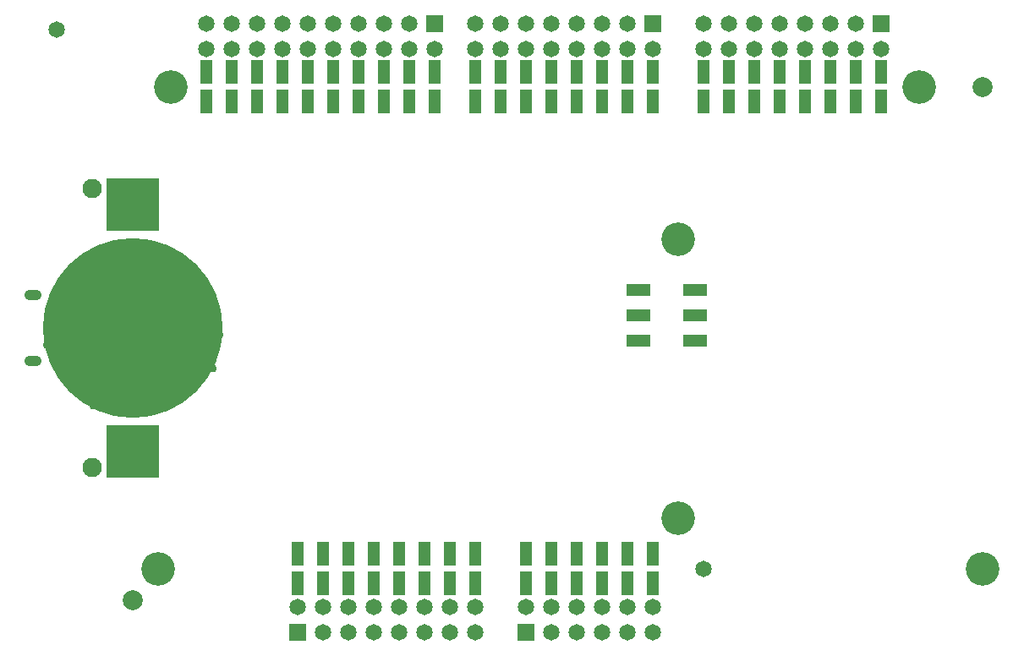
<source format=gbs>
%FSLAX24Y24*%
%MOIN*%
G70*
G01*
G75*
G04 Layer_Color=16711935*
%ADD10C,0.0060*%
%ADD11C,0.0150*%
%ADD12C,0.0138*%
%ADD13C,0.0138*%
%ADD14C,0.0080*%
%ADD15C,0.0080*%
%ADD16C,0.0150*%
%ADD17R,0.0354X0.0138*%
%ADD18R,0.0400X0.0300*%
%ADD19C,0.0394*%
%ADD20R,0.0472X0.0512*%
%ADD21R,0.0315X0.0295*%
%ADD22R,0.0228X0.0197*%
%ADD23R,0.0256X0.0335*%
%ADD24R,0.0551X0.0630*%
%ADD25R,0.0610X0.0748*%
%ADD26R,0.0532X0.0157*%
%ADD27R,0.0394X0.0335*%
%ADD28R,0.0236X0.0335*%
%ADD29R,0.0276X0.0118*%
%ADD30R,0.0472X0.0433*%
%ADD31O,0.0650X0.0118*%
%ADD32O,0.0118X0.0650*%
%ADD33O,0.0256X0.0079*%
%ADD34O,0.0079X0.0256*%
%ADD35R,0.1850X0.1850*%
G04:AMPARAMS|DCode=36|XSize=47.2mil|YSize=43.3mil|CornerRadius=0mil|HoleSize=0mil|Usage=FLASHONLY|Rotation=225.000|XOffset=0mil|YOffset=0mil|HoleType=Round|Shape=Rectangle|*
%AMROTATEDRECTD36*
4,1,4,0.0014,0.0320,0.0320,0.0014,-0.0014,-0.0320,-0.0320,-0.0014,0.0014,0.0320,0.0*
%
%ADD36ROTATEDRECTD36*%

%ADD37R,0.0295X0.0315*%
%ADD38R,0.0197X0.0256*%
%ADD39R,0.0315X0.0295*%
%ADD40R,0.1500X0.0500*%
%ADD41R,0.0402X0.0862*%
%ADD42R,0.1083X0.0551*%
%ADD43R,0.0394X0.0709*%
%ADD44C,0.0079*%
%ADD45R,0.0197X0.0236*%
%ADD46R,0.0472X0.0984*%
%ADD47R,0.0945X0.0299*%
%ADD48C,0.0310*%
%ADD49R,0.1252X0.0500*%
%ADD50R,0.0236X0.0217*%
%ADD51R,0.0217X0.0236*%
G04:AMPARAMS|DCode=52|XSize=19.7mil|YSize=23.6mil|CornerRadius=0mil|HoleSize=0mil|Usage=FLASHONLY|Rotation=45.000|XOffset=0mil|YOffset=0mil|HoleType=Round|Shape=Rectangle|*
%AMROTATEDRECTD52*
4,1,4,0.0014,-0.0153,-0.0153,0.0014,-0.0014,0.0153,0.0153,-0.0014,0.0014,-0.0153,0.0*
%
%ADD52ROTATEDRECTD52*%

%ADD53R,0.0236X0.0197*%
%ADD54R,0.0299X0.0945*%
%ADD55C,0.0100*%
%ADD56C,0.0300*%
%ADD57C,0.0250*%
%ADD58C,0.0200*%
%ADD59C,0.0090*%
%ADD60C,0.0500*%
%ADD61C,0.0450*%
%ADD62R,0.0500X0.0300*%
%ADD63C,0.0591*%
%ADD64O,0.0630X0.0354*%
%ADD65C,0.0390*%
%ADD66C,0.0701*%
%ADD67R,0.0591X0.0591*%
%ADD68C,0.1260*%
%ADD69C,0.0260*%
%ADD70C,0.0240*%
%ADD71R,0.2000X0.2000*%
%ADD72R,0.0874X0.0402*%
%ADD73C,0.0098*%
%ADD74C,0.0059*%
%ADD75C,0.0236*%
%ADD76C,0.0079*%
%ADD77C,0.0050*%
%ADD78C,0.0060*%
%ADD79C,0.0118*%
%ADD80C,0.0110*%
%ADD81C,0.0003*%
%ADD82R,0.0197X0.1575*%
%ADD83O,0.0787X0.0591*%
%ADD84C,0.0240*%
%ADD85R,0.0414X0.0198*%
%ADD86R,0.0460X0.0360*%
%ADD87C,0.0454*%
%ADD88C,0.0787*%
%ADD89R,0.0532X0.0572*%
%ADD90R,0.0375X0.0355*%
%ADD91R,0.0288X0.0257*%
%ADD92R,0.0316X0.0395*%
%ADD93R,0.0611X0.0690*%
%ADD94R,0.0670X0.0808*%
%ADD95R,0.0592X0.0217*%
%ADD96R,0.0454X0.0395*%
%ADD97R,0.0296X0.0395*%
%ADD98R,0.0336X0.0178*%
%ADD99R,0.0532X0.0493*%
%ADD100O,0.0710X0.0178*%
%ADD101O,0.0178X0.0710*%
%ADD102O,0.0316X0.0139*%
%ADD103O,0.0139X0.0316*%
%ADD104R,0.1910X0.1910*%
G04:AMPARAMS|DCode=105|XSize=53.2mil|YSize=49.3mil|CornerRadius=0mil|HoleSize=0mil|Usage=FLASHONLY|Rotation=225.000|XOffset=0mil|YOffset=0mil|HoleType=Round|Shape=Rectangle|*
%AMROTATEDRECTD105*
4,1,4,0.0014,0.0363,0.0363,0.0014,-0.0014,-0.0363,-0.0363,-0.0014,0.0014,0.0363,0.0*
%
%ADD105ROTATEDRECTD105*%

%ADD106R,0.0355X0.0375*%
%ADD107R,0.0257X0.0316*%
%ADD108R,0.0375X0.0355*%
%ADD109R,0.1560X0.0560*%
%ADD110R,0.0462X0.0922*%
%ADD111R,0.1143X0.0611*%
%ADD112R,0.0454X0.0769*%
%ADD113C,0.0139*%
%ADD114R,0.0257X0.0296*%
%ADD115R,0.0532X0.1044*%
%ADD116R,0.1005X0.0359*%
%ADD117C,0.0370*%
%ADD118R,0.1312X0.0560*%
%ADD119R,0.0296X0.0277*%
%ADD120R,0.0277X0.0296*%
G04:AMPARAMS|DCode=121|XSize=25.7mil|YSize=29.6mil|CornerRadius=0mil|HoleSize=0mil|Usage=FLASHONLY|Rotation=45.000|XOffset=0mil|YOffset=0mil|HoleType=Round|Shape=Rectangle|*
%AMROTATEDRECTD121*
4,1,4,0.0014,-0.0196,-0.0196,0.0014,-0.0014,0.0196,0.0196,-0.0014,0.0014,-0.0196,0.0*
%
%ADD121ROTATEDRECTD121*%

%ADD122R,0.0296X0.0257*%
%ADD123R,0.0359X0.1005*%
%ADD124C,0.0651*%
%ADD125O,0.0690X0.0414*%
%ADD126C,0.0761*%
%ADD127R,0.0651X0.0651*%
%ADD128C,0.1320*%
%ADD129C,0.0300*%
%ADD130C,0.7087*%
%ADD131R,0.2060X0.2060*%
%ADD132R,0.0934X0.0462*%
D88*
X4500Y-10750D02*
D03*
X38000Y9500D02*
D03*
D110*
X10400Y10077D02*
D03*
Y8923D02*
D03*
X9400Y10077D02*
D03*
Y8923D02*
D03*
X15400Y10077D02*
D03*
Y8923D02*
D03*
X14400D02*
D03*
Y10077D02*
D03*
X13400Y8923D02*
D03*
Y10077D02*
D03*
X11400Y8923D02*
D03*
Y10077D02*
D03*
X12400Y8923D02*
D03*
Y10077D02*
D03*
X16400D02*
D03*
Y8923D02*
D03*
X7400D02*
D03*
Y10077D02*
D03*
X8400Y8923D02*
D03*
Y10077D02*
D03*
X20000Y-8923D02*
D03*
Y-10077D02*
D03*
X24000D02*
D03*
Y-8923D02*
D03*
X25000Y-10077D02*
D03*
Y-8923D02*
D03*
X23000Y-10077D02*
D03*
Y-8923D02*
D03*
X22000Y-10077D02*
D03*
Y-8923D02*
D03*
X21000D02*
D03*
Y-10077D02*
D03*
X19000Y10077D02*
D03*
Y8923D02*
D03*
X18000Y10077D02*
D03*
Y8923D02*
D03*
X24000Y10077D02*
D03*
Y8923D02*
D03*
X23000D02*
D03*
Y10077D02*
D03*
X22000Y8923D02*
D03*
Y10077D02*
D03*
X20000Y8923D02*
D03*
Y10077D02*
D03*
X21000Y8923D02*
D03*
Y10077D02*
D03*
X25000D02*
D03*
Y8923D02*
D03*
X17000Y-10077D02*
D03*
Y-8923D02*
D03*
X18000Y-10077D02*
D03*
Y-8923D02*
D03*
X12000Y-10077D02*
D03*
Y-8923D02*
D03*
X13000D02*
D03*
Y-10077D02*
D03*
X14000Y-8923D02*
D03*
Y-10077D02*
D03*
X16000Y-8923D02*
D03*
Y-10077D02*
D03*
X15000Y-8923D02*
D03*
Y-10077D02*
D03*
X11000D02*
D03*
Y-8923D02*
D03*
X28000Y10077D02*
D03*
Y8923D02*
D03*
X27000Y10077D02*
D03*
Y8923D02*
D03*
X33000Y10077D02*
D03*
Y8923D02*
D03*
X32000D02*
D03*
Y10077D02*
D03*
X31000Y8923D02*
D03*
Y10077D02*
D03*
X29000Y8923D02*
D03*
Y10077D02*
D03*
X30000Y8923D02*
D03*
Y10077D02*
D03*
X34000D02*
D03*
Y8923D02*
D03*
D124*
X27000Y-9500D02*
D03*
X24000Y-11000D02*
D03*
Y-12000D02*
D03*
X22000Y-11000D02*
D03*
Y-12000D02*
D03*
X21000Y-11000D02*
D03*
Y-12000D02*
D03*
X20000Y-11000D02*
D03*
X23000Y-12000D02*
D03*
Y-11000D02*
D03*
X25000Y-12000D02*
D03*
Y-11000D02*
D03*
X9400Y12000D02*
D03*
Y11000D02*
D03*
X12400D02*
D03*
Y12000D02*
D03*
X14400Y11000D02*
D03*
Y12000D02*
D03*
X15400Y11000D02*
D03*
Y12000D02*
D03*
X16400Y11000D02*
D03*
X13400Y12000D02*
D03*
Y11000D02*
D03*
X11400Y12000D02*
D03*
Y11000D02*
D03*
X10400D02*
D03*
Y12000D02*
D03*
X8400D02*
D03*
Y11000D02*
D03*
X7400D02*
D03*
Y12000D02*
D03*
X28000D02*
D03*
Y11000D02*
D03*
X29000D02*
D03*
Y12000D02*
D03*
X31000Y11000D02*
D03*
Y12000D02*
D03*
X34000Y11000D02*
D03*
X33000Y12000D02*
D03*
Y11000D02*
D03*
X32000Y12000D02*
D03*
Y11000D02*
D03*
X30000Y12000D02*
D03*
Y11000D02*
D03*
X27000D02*
D03*
Y12000D02*
D03*
X19000D02*
D03*
Y11000D02*
D03*
X20000D02*
D03*
Y12000D02*
D03*
X22000Y11000D02*
D03*
Y12000D02*
D03*
X25000Y11000D02*
D03*
X24000Y12000D02*
D03*
Y11000D02*
D03*
X23000Y12000D02*
D03*
Y11000D02*
D03*
X21000Y12000D02*
D03*
Y11000D02*
D03*
X18000D02*
D03*
Y12000D02*
D03*
X17000Y-12000D02*
D03*
Y-11000D02*
D03*
X16000D02*
D03*
Y-12000D02*
D03*
X14000Y-11000D02*
D03*
Y-12000D02*
D03*
X11000Y-11000D02*
D03*
X12000Y-12000D02*
D03*
Y-11000D02*
D03*
X13000Y-12000D02*
D03*
Y-11000D02*
D03*
X15000Y-12000D02*
D03*
Y-11000D02*
D03*
X18000D02*
D03*
Y-12000D02*
D03*
X1500Y11750D02*
D03*
D125*
X565Y1299D02*
D03*
Y-1299D02*
D03*
D126*
X2880Y-5500D02*
D03*
Y5500D02*
D03*
D127*
X20000Y-12000D02*
D03*
X16400Y12000D02*
D03*
X34000D02*
D03*
X25000D02*
D03*
X11000Y-12000D02*
D03*
D128*
X38000Y-9500D02*
D03*
X6000Y9500D02*
D03*
X35500D02*
D03*
X5500Y-9500D02*
D03*
X26000Y3500D02*
D03*
Y-7500D02*
D03*
D129*
X5250Y-2260D02*
D03*
X4410Y-2250D02*
D03*
X3050Y-2590D02*
D03*
X2940Y-3060D02*
D03*
X5260Y2960D02*
D03*
X7666Y-1620D02*
D03*
X4516Y1820D02*
D03*
X4546Y-1100D02*
D03*
X2150Y-630D02*
D03*
X6586Y-2160D02*
D03*
X7916Y-260D02*
D03*
X3226Y-1000D02*
D03*
X3186Y2630D02*
D03*
X5240Y-770D02*
D03*
X3786Y1005D02*
D03*
X6856Y-750D02*
D03*
X4516Y2850D02*
D03*
X4326Y-705D02*
D03*
X2570Y1050D02*
D03*
X2390Y2240D02*
D03*
X1100Y-690D02*
D03*
X1130Y240D02*
D03*
D130*
X4499Y0D02*
D03*
D131*
Y4862D02*
D03*
Y-4862D02*
D03*
D132*
X26662Y1500D02*
D03*
Y500D02*
D03*
X24438Y1500D02*
D03*
Y500D02*
D03*
X26662Y-500D02*
D03*
X24438D02*
D03*
M02*

</source>
